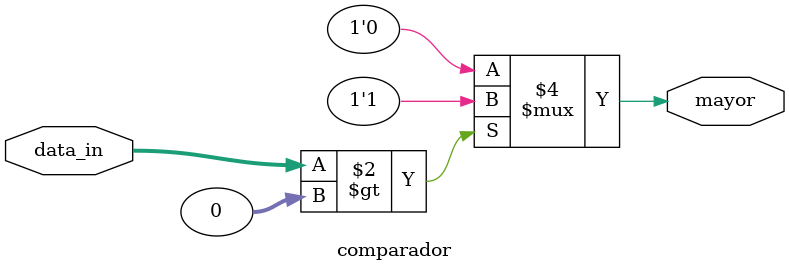
<source format=sv>
`timescale 1ns / 1ps


module comparador (
    input logic signed [10:0] data_in,       // a(n-1) - n
    output logic mayor   // Señal de salida de 1 bit
);

    always_comb begin
        if (data_in > 0) begin
            mayor = 1'b1; // Verdadero si a(n-1) - n es mayor que 0
        end else begin
            mayor = 1'b0; // Falso si a(n-1) - n es 0 o menor
        end
    end

endmodule


</source>
